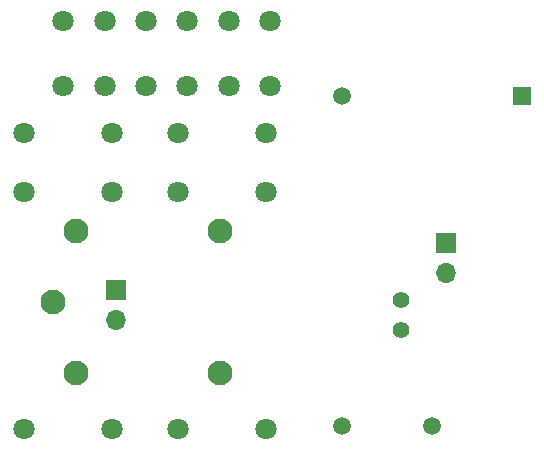
<source format=gbr>
%TF.GenerationSoftware,KiCad,Pcbnew,9.0.0*%
%TF.CreationDate,2025-03-25T19:49:10+01:00*%
%TF.ProjectId,raumtemp_relay,7261756d-7465-46d7-905f-72656c61792e,rev?*%
%TF.SameCoordinates,Original*%
%TF.FileFunction,Soldermask,Bot*%
%TF.FilePolarity,Negative*%
%FSLAX46Y46*%
G04 Gerber Fmt 4.6, Leading zero omitted, Abs format (unit mm)*
G04 Created by KiCad (PCBNEW 9.0.0) date 2025-03-25 19:49:10*
%MOMM*%
%LPD*%
G01*
G04 APERTURE LIST*
%ADD10C,1.803400*%
%ADD11C,1.400000*%
%ADD12R,1.700000X1.700000*%
%ADD13O,1.700000X1.700000*%
%ADD14C,1.800000*%
%ADD15C,2.100000*%
%ADD16R,1.508000X1.508000*%
%ADD17C,1.508000*%
G04 APERTURE END LIST*
D10*
%TO.C,K3*%
X135725000Y-99180000D03*
X135725000Y-79180000D03*
X135725000Y-74180000D03*
X143225000Y-74180000D03*
X143225000Y-79180000D03*
X143225000Y-99180000D03*
%TD*%
%TO.C,K2*%
X122675000Y-99180000D03*
X122675000Y-79180000D03*
X122675000Y-74180000D03*
X130175000Y-74180000D03*
X130175000Y-79180000D03*
X130175000Y-99180000D03*
%TD*%
D11*
%TO.C,JP1*%
X154625000Y-90830000D03*
X154625000Y-88290000D03*
%TD*%
D12*
%TO.C,J3*%
X158425000Y-83480000D03*
D13*
X158425000Y-86020000D03*
%TD*%
D12*
%TO.C,J2*%
X130524656Y-87480000D03*
D13*
X130524656Y-90020000D03*
%TD*%
D14*
%TO.C,J1*%
X126036723Y-70200000D03*
X126036723Y-64700000D03*
X129536723Y-70200000D03*
X129536723Y-64700000D03*
X133036723Y-70200000D03*
X133036723Y-64700000D03*
X136536723Y-70200000D03*
X136536723Y-64700000D03*
X140036723Y-70200000D03*
X140036723Y-64700000D03*
X143536723Y-70200000D03*
X143536723Y-64700000D03*
%TD*%
D15*
%TO.C,K1*%
X127125000Y-94480000D03*
X127125000Y-82480000D03*
X125125000Y-88480000D03*
X139325000Y-94480000D03*
X139325000Y-82480000D03*
%TD*%
D16*
%TO.C,PS1*%
X164864545Y-70981894D03*
D17*
X149624545Y-70981894D03*
X149624545Y-98921894D03*
X157244545Y-98921894D03*
%TD*%
M02*

</source>
